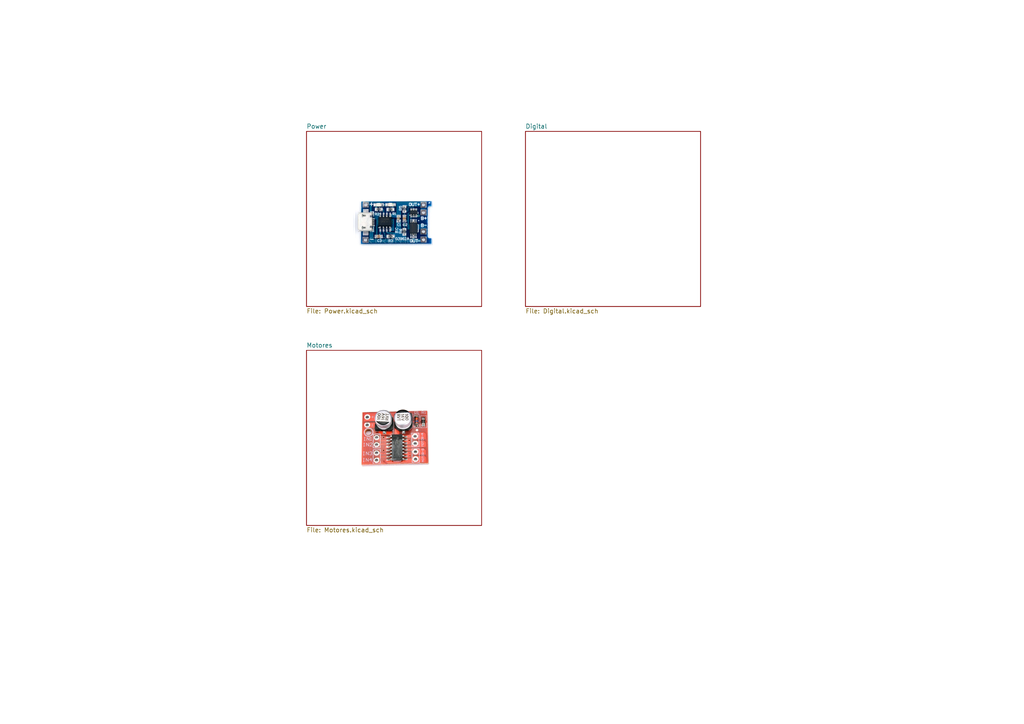
<source format=kicad_sch>
(kicad_sch (version 20230121) (generator eeschema)
  (paper "A4")
  (lib_symbols)
  (image (at 114.3 64.77) (scale 0.28222))
  (image (at 114.3 127) (scale 0.400314))
  (sheet (at 88.9 38.1) (size 50.8 50.8) (stroke (width 0.1524))
    (property "Sheetname" "Power" (at 88.9 37.3884 0) (effects (justify left bottom)))
    (property "Sheetfile" "Power.kicad_sch" (at 88.9 89.4846 0) (effects (justify left top)))
  )
  (sheet (at 88.9 101.6) (size 50.8 50.8) (stroke (width 0.1524))
    (property "Sheetname" "Motores" (at 88.9 100.8884 0) (effects (justify left bottom)))
    (property "Sheetfile" "Motores.kicad_sch" (at 88.9 152.9846 0) (effects (justify left top)))
  )
  (sheet (at 152.4 38.1) (size 50.8 50.8) (stroke (width 0.1524))
    (property "Sheetname" "Digital" (at 152.4 37.3884 0) (effects (justify left bottom)))
    (property "Sheetfile" "Digital.kicad_sch" (at 152.4 89.4846 0) (effects (justify left top)))
  )
)
</source>
